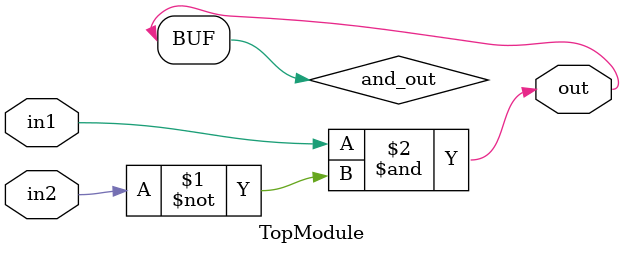
<source format=sv>
module TopModule (
    input logic in1,
    input logic in2,
    output logic out
);

    logic and_out;

    // Combinational logic for AND gate with inverted in2
    assign and_out = in1 & ~in2;

    // Output assignment
    assign out = and_out;

endmodule
</source>
